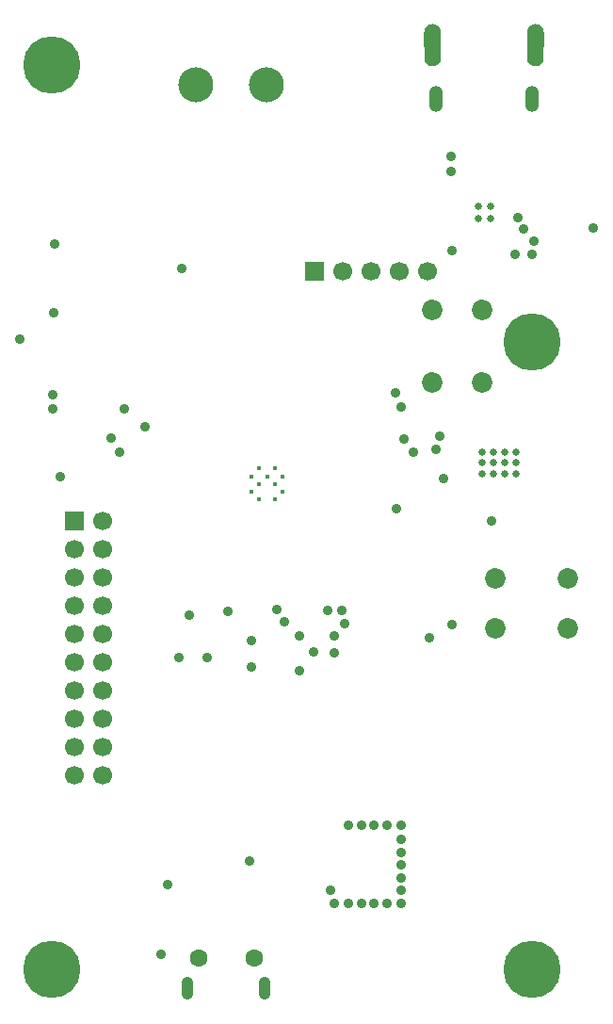
<source format=gbs>
G04*
G04 #@! TF.GenerationSoftware,Altium Limited,Altium Designer,22.5.1 (42)*
G04*
G04 Layer_Color=16711935*
%FSLAX25Y25*%
%MOIN*%
G70*
G04*
G04 #@! TF.SameCoordinates,F96336C5-8BC0-4A74-BE74-20B5A895D5FC*
G04*
G04*
G04 #@! TF.FilePolarity,Negative*
G04*
G01*
G75*
%ADD61C,0.03591*%
%ADD100C,0.07284*%
%ADD101C,0.06693*%
%ADD102R,0.06693X0.06693*%
%ADD103C,0.01772*%
%ADD104O,0.04921X0.09252*%
%ADD105O,0.05709X0.10827*%
%ADD106O,0.04331X0.08071*%
%ADD107C,0.06299*%
%ADD108C,0.12402*%
%ADD109C,0.02559*%
%ADD110C,0.20276*%
G36*
X907431Y781855D02*
X907277Y781867D01*
X907124Y781888D01*
X906972Y781916D01*
X906822Y781952D01*
X906674Y781996D01*
X906528Y782047D01*
X906385Y782106D01*
X906245Y782173D01*
X906110Y782247D01*
X905978Y782328D01*
X905850Y782415D01*
X905728Y782509D01*
X905610Y782610D01*
X905498Y782716D01*
X905392Y782828D01*
X905291Y782946D01*
X905197Y783068D01*
X905110Y783196D01*
X905029Y783328D01*
X904955Y783463D01*
X904889Y783603D01*
X904829Y783746D01*
X904778Y783891D01*
X904734Y784040D01*
X904698Y784190D01*
X904670Y784342D01*
X904649Y784495D01*
X904637Y784649D01*
X904633Y784804D01*
Y793859D01*
X904637Y794014D01*
X904649Y794168D01*
X904670Y794321D01*
X904698Y794473D01*
X904734Y794623D01*
X904778Y794772D01*
X904829Y794917D01*
X904889Y795060D01*
X904955Y795200D01*
X905029Y795335D01*
X905110Y795467D01*
X905197Y795595D01*
X905291Y795717D01*
X905392Y795835D01*
X905498Y795947D01*
X905610Y796053D01*
X905728Y796154D01*
X905850Y796248D01*
X905978Y796336D01*
X906110Y796416D01*
X906245Y796490D01*
X906385Y796557D01*
X906528Y796616D01*
X906674Y796667D01*
X906822Y796711D01*
X906972Y796747D01*
X907124Y796775D01*
X907277Y796796D01*
X907431Y796808D01*
X907586Y796812D01*
X907740Y796808D01*
X907895Y796796D01*
X908048Y796775D01*
X908200Y796747D01*
X908350Y796711D01*
X908498Y796667D01*
X908644Y796616D01*
X908787Y796557D01*
X908926Y796490D01*
X909062Y796416D01*
X909194Y796336D01*
X909322Y796248D01*
X909444Y796154D01*
X909562Y796053D01*
X909674Y795947D01*
X909780Y795835D01*
X909881Y795717D01*
X909975Y795595D01*
X910062Y795467D01*
X910143Y795335D01*
X910217Y795200D01*
X910283Y795060D01*
X910343Y794917D01*
X910394Y794772D01*
X910438Y794623D01*
X910474Y794473D01*
X910502Y794321D01*
X910522Y794168D01*
X910535Y794014D01*
X910539Y793859D01*
Y784804D01*
X910535Y784649D01*
X910522Y784495D01*
X910502Y784342D01*
X910474Y784190D01*
X910438Y784040D01*
X910394Y783891D01*
X910343Y783746D01*
X910283Y783603D01*
X910217Y783463D01*
X910143Y783328D01*
X910062Y783196D01*
X909975Y783068D01*
X909881Y782946D01*
X909780Y782828D01*
X909674Y782716D01*
X909562Y782610D01*
X909444Y782509D01*
X909322Y782415D01*
X909194Y782328D01*
X909062Y782247D01*
X908926Y782173D01*
X908787Y782106D01*
X908644Y782047D01*
X908498Y781996D01*
X908350Y781952D01*
X908200Y781916D01*
X908048Y781888D01*
X907895Y781867D01*
X907740Y781855D01*
X907586Y781851D01*
X907431Y781855D01*
D02*
G37*
G36*
X943809D02*
X943655Y781867D01*
X943502Y781888D01*
X943350Y781916D01*
X943200Y781952D01*
X943052Y781996D01*
X942906Y782047D01*
X942763Y782106D01*
X942623Y782173D01*
X942488Y782247D01*
X942356Y782328D01*
X942228Y782415D01*
X942106Y782509D01*
X941988Y782610D01*
X941876Y782716D01*
X941770Y782828D01*
X941669Y782946D01*
X941575Y783068D01*
X941488Y783196D01*
X941407Y783328D01*
X941333Y783463D01*
X941266Y783603D01*
X941207Y783746D01*
X941156Y783891D01*
X941112Y784040D01*
X941076Y784190D01*
X941047Y784342D01*
X941027Y784495D01*
X941015Y784649D01*
X941011Y784804D01*
Y793859D01*
X941015Y794014D01*
X941027Y794168D01*
X941047Y794321D01*
X941076Y794473D01*
X941112Y794623D01*
X941156Y794772D01*
X941207Y794917D01*
X941266Y795060D01*
X941333Y795200D01*
X941407Y795335D01*
X941488Y795467D01*
X941575Y795595D01*
X941669Y795717D01*
X941770Y795835D01*
X941876Y795947D01*
X941988Y796053D01*
X942106Y796154D01*
X942228Y796248D01*
X942356Y796336D01*
X942488Y796416D01*
X942623Y796490D01*
X942763Y796557D01*
X942906Y796616D01*
X943052Y796667D01*
X943200Y796711D01*
X943350Y796747D01*
X943502Y796775D01*
X943655Y796796D01*
X943809Y796808D01*
X943964Y796812D01*
X944118Y796808D01*
X944273Y796796D01*
X944426Y796775D01*
X944578Y796747D01*
X944728Y796711D01*
X944876Y796667D01*
X945022Y796616D01*
X945165Y796557D01*
X945304Y796490D01*
X945440Y796416D01*
X945572Y796336D01*
X945700Y796248D01*
X945822Y796154D01*
X945940Y796053D01*
X946052Y795947D01*
X946158Y795835D01*
X946259Y795717D01*
X946353Y795595D01*
X946440Y795467D01*
X946521Y795335D01*
X946595Y795200D01*
X946661Y795060D01*
X946721Y794917D01*
X946772Y794772D01*
X946816Y794623D01*
X946852Y794473D01*
X946880Y794321D01*
X946900Y794168D01*
X946913Y794014D01*
X946917Y793859D01*
Y784804D01*
X946913Y784649D01*
X946900Y784495D01*
X946880Y784342D01*
X946852Y784190D01*
X946816Y784040D01*
X946772Y783891D01*
X946721Y783746D01*
X946661Y783603D01*
X946595Y783463D01*
X946521Y783328D01*
X946440Y783196D01*
X946353Y783068D01*
X946259Y782946D01*
X946158Y782828D01*
X946052Y782716D01*
X945940Y782610D01*
X945822Y782509D01*
X945700Y782415D01*
X945572Y782328D01*
X945440Y782247D01*
X945304Y782173D01*
X945165Y782106D01*
X945022Y782047D01*
X944876Y781996D01*
X944728Y781952D01*
X944578Y781916D01*
X944426Y781888D01*
X944273Y781867D01*
X944118Y781855D01*
X943964Y781851D01*
X943809Y781855D01*
D02*
G37*
D61*
X805900Y654200D02*
D03*
X796909Y645191D02*
D03*
X894400Y666200D02*
D03*
X871400Y490200D02*
D03*
X872900Y485700D02*
D03*
X877900D02*
D03*
X882400D02*
D03*
X886900D02*
D03*
X891400D02*
D03*
X896400D02*
D03*
Y490200D02*
D03*
Y494700D02*
D03*
Y499200D02*
D03*
Y503700D02*
D03*
Y508200D02*
D03*
Y513200D02*
D03*
X891400D02*
D03*
X886900D02*
D03*
X882400D02*
D03*
X877900D02*
D03*
X821400Y587700D02*
D03*
X775900Y636700D02*
D03*
X964400Y724700D02*
D03*
X943489Y719958D02*
D03*
X818900Y710200D02*
D03*
X773900Y719070D02*
D03*
X913986Y744574D02*
D03*
X913986Y749806D02*
D03*
X937900Y728200D02*
D03*
X936900Y715200D02*
D03*
X942900D02*
D03*
X939900Y724200D02*
D03*
X914461Y584325D02*
D03*
X817900Y572700D02*
D03*
X813900Y492139D02*
D03*
X894900Y625200D02*
D03*
X911273Y636078D02*
D03*
X914482Y716700D02*
D03*
X928540Y621044D02*
D03*
X827900Y572700D02*
D03*
X811400Y467700D02*
D03*
X798539Y660728D02*
D03*
X773127Y660720D02*
D03*
X761400Y685200D02*
D03*
X842900Y500700D02*
D03*
X835132Y588932D02*
D03*
X773127Y665680D02*
D03*
X773400Y694700D02*
D03*
X843400Y578700D02*
D03*
X860400Y580200D02*
D03*
Y567900D02*
D03*
X855067Y585200D02*
D03*
X852400Y589700D02*
D03*
X843312Y569322D02*
D03*
X870400Y589200D02*
D03*
X876400Y584700D02*
D03*
X875400Y589200D02*
D03*
X865400Y574700D02*
D03*
X872900Y580200D02*
D03*
X872900Y574200D02*
D03*
X906300Y579700D02*
D03*
X793909Y650191D02*
D03*
X900900Y645200D02*
D03*
X896400Y661200D02*
D03*
X910163Y650846D02*
D03*
X897602Y649902D02*
D03*
X908900Y646200D02*
D03*
D100*
X925258Y695495D02*
D03*
Y669905D02*
D03*
X907542Y695495D02*
D03*
Y669905D02*
D03*
X955436Y583078D02*
D03*
X929846D02*
D03*
X955436Y600794D02*
D03*
X929846D02*
D03*
D101*
X790900Y570900D02*
D03*
Y580900D02*
D03*
X780900D02*
D03*
Y570900D02*
D03*
Y590900D02*
D03*
X790900D02*
D03*
X780900Y600900D02*
D03*
X790900D02*
D03*
X780900Y610900D02*
D03*
X790900D02*
D03*
Y620900D02*
D03*
X780900Y530900D02*
D03*
X790900D02*
D03*
X780900Y540900D02*
D03*
X790900D02*
D03*
X780900Y550900D02*
D03*
X790900D02*
D03*
Y560900D02*
D03*
X780900D02*
D03*
X905900Y709200D02*
D03*
X895900D02*
D03*
X885900D02*
D03*
X875900D02*
D03*
D102*
X780900Y620900D02*
D03*
X865900Y709200D02*
D03*
D103*
X843495Y631213D02*
D03*
X854518D02*
D03*
Y636724D02*
D03*
X849006D02*
D03*
X843495D02*
D03*
X846207Y639524D02*
D03*
X851719D02*
D03*
Y634012D02*
D03*
X846207D02*
D03*
X851719Y628500D02*
D03*
X846207D02*
D03*
D104*
X942783Y770198D02*
D03*
X908767D02*
D03*
D105*
X943964Y791300D02*
D03*
X907586D02*
D03*
D106*
X848243Y455639D02*
D03*
X820683D02*
D03*
D107*
X844306Y466269D02*
D03*
X824621D02*
D03*
D108*
X823900Y775200D02*
D03*
X848900D02*
D03*
D109*
X923610Y727822D02*
D03*
Y732153D02*
D03*
X927940Y727822D02*
D03*
Y732153D02*
D03*
X925179Y637570D02*
D03*
Y641507D02*
D03*
Y645444D02*
D03*
X929116Y637570D02*
D03*
Y641507D02*
D03*
Y645444D02*
D03*
X933053Y637570D02*
D03*
Y641507D02*
D03*
Y645444D02*
D03*
X936990Y637570D02*
D03*
Y641507D02*
D03*
Y645444D02*
D03*
D110*
X942900Y684200D02*
D03*
X772900Y782200D02*
D03*
Y462200D02*
D03*
X942900D02*
D03*
M02*

</source>
